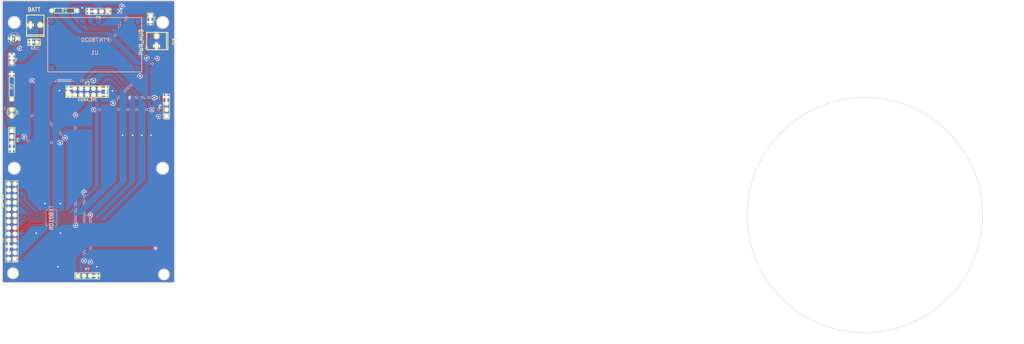
<source format=kicad_pcb>
(kicad_pcb (version 3) (host pcbnew "(2013-mar-13)-testing")
  (layers (15 F.Cu signal) (0 B.Cu signal) (18 B.Paste user) (19 F.Paste user) (20 B.SilkS user) (21 F.SilkS user) (22 B.Mask user) (23 F.Mask user) (28 Edge.Cuts user))
  (net 0 "")
  (net 1 +5V)
  (net 2 +BATT)
  (net 3 /3v3_rPi)
  (net 4 /AD6)
  (net 5 /AD6_rPi)
  (net 6 /AD7)
  (net 7 /AD7_rPi)
  (net 8 /Echo3)
  (net 9 /Echo4)
  (net 10 /LED)
  (net 11 /PB3_rPi)
  (net 12 /PC5_rPi)
  (net 13 /PC6)
  (net 14 /PC6_rPi)
  (net 15 /RX_3pi)
  (net 16 /RX_rPi)
  (net 17 /TX_3pi)
  (net 18 /TX_rPi)
  (net 19 /Vcc_3pi)
  (net 20 GND)
  (net 21 N-000001)
  (net 22 N-000002)
  (net 23 N-0000022)
  (net 24 N-0000023)
  (net 25 N-0000035)
  (module Test (layer B.Cu) (at 179.982 179.136 90)
    (fp_text reference U?1 (at 0 0 90) (layer B.SilkS) (effects (font (thickness 0.3048)) (justify mirror)))
    (fp_text value TXB0108 (at 0 0 90) (layer B.SilkS) (effects (font (thickness 0.3048)) (justify mirror)))
    (fp_line (start -3.24866 2.19964) (end 3.24866 2.19964) (layer B.SilkS) (width 0.19812))
    (fp_line (start 3.24866 2.19964) (end 3.24866 -2.19964) (layer B.SilkS) (width 0.19812))
    (fp_line (start -3.24866 -2.19964) (end 3.24866 -2.19964) (layer B.SilkS) (width 0.19812))
    (fp_line (start -3.24866 2.19964) (end -3.24866 -2.19964) (layer B.SilkS) (width 0.19812))
    (fp_line (start -3.24866 -1.59766) (end -2.64922 -2.19964) (layer B.SilkS) (width 0.19812))
    (pad 1 smd rect (at -2.92354 -2.84988 270) (size 0.39878 1.09982) (layers B.Cu B.Paste B.Mask) (net 18 /TX_rPi))
    (pad 2 smd rect (at -2.2733 -2.84988 270) (size 0.39878 1.09982) (layers B.Cu B.Paste B.Mask) (net 3 /3v3_rPi))
    (pad 3 smd rect (at -1.62306 -2.84988 270) (size 0.39878 1.09982) (layers B.Cu B.Paste B.Mask) (net 16 /RX_rPi))
    (pad 4 smd rect (at -0.97282 -2.84988 270) (size 0.39878 1.09982) (layers B.Cu B.Paste B.Mask) (net 5 /AD6_rPi))
    (pad 5 smd rect (at -0.32258 -2.84988 270) (size 0.39878 1.09982) (layers B.Cu B.Paste B.Mask) (net 7 /AD7_rPi))
    (pad 6 smd rect (at 0.32258 -2.84988 270) (size 0.39878 1.09982) (layers B.Cu B.Paste B.Mask) (net 12 /PC5_rPi))
    (pad 7 smd rect (at 0.97282 -2.84988 270) (size 0.39878 1.09982) (layers B.Cu B.Paste B.Mask) (net 14 /PC6_rPi))
    (pad 8 smd rect (at 1.62306 -2.84988 270) (size 0.39878 1.09982) (layers B.Cu B.Paste B.Mask) (net 11 /PB3_rPi))
    (pad 9 smd rect (at 2.2733 -2.84988 270) (size 0.39878 1.09982) (layers B.Cu B.Paste B.Mask) (net 10 /LED))
    (pad 10 smd rect (at 2.92354 -2.84988 270) (size 0.39878 1.09982) (layers B.Cu B.Paste B.Mask) (net 3 /3v3_rPi))
    (pad 11 smd rect (at 2.92354 2.84988 90) (size 0.39878 1.09982) (layers B.Cu B.Paste B.Mask) (net 20 GND))
    (pad 12 smd rect (at 2.2733 2.84988 90) (size 0.39878 1.09982) (layers B.Cu B.Paste B.Mask) (net 22 N-000002))
    (pad 13 smd rect (at 1.62306 2.84988 90) (size 0.39878 1.09982) (layers B.Cu B.Paste B.Mask) (net 13 /PC6))
    (pad 14 smd rect (at 0.97282 2.84988 90) (size 0.39878 1.09982) (layers B.Cu B.Paste B.Mask) (net 9 /Echo4))
    (pad 15 smd rect (at 0.32258 2.84988 90) (size 0.39878 1.09982) (layers B.Cu B.Paste B.Mask) (net 8 /Echo3))
    (pad 16 smd rect (at -0.32258 2.84988 90) (size 0.39878 1.09982) (layers B.Cu B.Paste B.Mask) (net 6 /AD7))
    (pad 17 smd rect (at -0.97282 2.84988 90) (size 0.39878 1.09982) (layers B.Cu B.Paste B.Mask) (net 4 /AD6))
    (pad 18 smd rect (at -1.62306 2.84988 90) (size 0.39878 1.09982) (layers B.Cu B.Paste B.Mask) (net 17 /TX_3pi))
    (pad 19 smd rect (at -2.2733 2.84988 90) (size 0.39878 1.09982) (layers B.Cu B.Paste B.Mask) (net 19 /Vcc_3pi))
    (pad 20 smd rect (at -2.92354 2.84988 90) (size 0.39878 1.09982) (layers B.Cu B.Paste B.Mask) (net 15 /RX_3pi))
  )
  (module R4 (layer F.Cu) (at 163.982 126.136 270)
    (fp_text reference R2 (at 0 0 270) (layer F.SilkS) (effects (font (size 1.397 1.27) (thickness 0.2032))))
    (fp_text value 330 hide)
    (fp_line (start -5.08 0) (end -4.064 0) (layer F.SilkS) (width 0.3048))
    (fp_line (start -4.064 0) (end -4.064 -1.016) (layer F.SilkS) (width 0.3048))
    (fp_line (start -4.064 -1.016) (end 4.064 -1.016) (layer F.SilkS) (width 0.3048))
    (fp_line (start 4.064 -1.016) (end 4.064 1.016) (layer F.SilkS) (width 0.3048))
    (fp_line (start 4.064 1.016) (end -4.064 1.016) (layer F.SilkS) (width 0.3048))
    (fp_line (start -4.064 1.016) (end -4.064 0) (layer F.SilkS) (width 0.3048))
    (fp_line (start -4.064 -0.508) (end -3.556 -1.016) (layer F.SilkS) (width 0.3048))
    (fp_line (start 5.08 0) (end 4.064 0) (layer F.SilkS) (width 0.3048))
    (pad 1 thru_hole circle (at -5.08 0 270) (size 1.524 1.524) (drill 0.8128) (layers *.Cu *.Mask F.SilkS) (net 20 GND))
    (pad 2 thru_hole circle (at 5.08 0 270) (size 1.524 1.524) (drill 0.8128) (layers *.Cu *.Mask F.SilkS) (net 21 N-000001))
  )
  (module R4 (layer F.Cu) (at 185.2676 95.377)
    (fp_text reference R1 (at 0 0 180) (layer F.SilkS) (effects (font (size 1.397 1.27) (thickness 0.2032))))
    (fp_text value 21k hide)
    (fp_line (start -5.08 0) (end -4.064 0) (layer F.SilkS) (width 0.3048))
    (fp_line (start -4.064 0) (end -4.064 -1.016) (layer F.SilkS) (width 0.3048))
    (fp_line (start -4.064 -1.016) (end 4.064 -1.016) (layer F.SilkS) (width 0.3048))
    (fp_line (start 4.064 -1.016) (end 4.064 1.016) (layer F.SilkS) (width 0.3048))
    (fp_line (start 4.064 1.016) (end -4.064 1.016) (layer F.SilkS) (width 0.3048))
    (fp_line (start -4.064 1.016) (end -4.064 0) (layer F.SilkS) (width 0.3048))
    (fp_line (start -4.064 -0.508) (end -3.556 -1.016) (layer F.SilkS) (width 0.3048))
    (fp_line (start 5.08 0) (end 4.064 0) (layer F.SilkS) (width 0.3048))
    (pad 1 thru_hole circle (at -5.08 0) (size 1.524 1.524) (drill 0.8128) (layers *.Cu *.Mask F.SilkS) (net 23 N-0000022))
    (pad 2 thru_hole circle (at 5.08 0) (size 1.524 1.524) (drill 0.8128) (layers *.Cu *.Mask F.SilkS) (net 24 N-0000023))
  )
  (module PTN78020WAS (layer B.Cu) (at 197.482 109.136)
    (fp_text reference U1 (at 0.0508 3.2004) (layer B.SilkS) (effects (font (thickness 0.3048)) (justify mirror)))
    (fp_text value PTN78020 (at 0.23876 -1.95072) (layer B.SilkS) (effects (font (thickness 0.3048)) (justify mirror)))
    (fp_line (start -18.9992 11.00074) (end 18.9992 11.00074) (layer B.SilkS) (width 0.381))
    (fp_line (start 18.9992 11.00074) (end 18.9992 -11.00074) (layer B.SilkS) (width 0.381))
    (fp_line (start 18.9992 -11.00074) (end -18.9992 -11.00074) (layer B.SilkS) (width 0.381))
    (fp_line (start -18.9992 -11.00074) (end -18.9992 11.00074) (layer B.SilkS) (width 0.381))
    (pad 1 smd circle (at -17.46504 9.525) (size 2.49936 2.49936) (layers B.Cu B.Paste B.Mask) (net 20 GND))
    (pad 7 smd circle (at 17.46504 9.525) (size 2.49936 2.49936) (layers B.Cu B.Paste B.Mask) (net 23 N-0000022))
    (pad 6 smd circle (at 17.46504 -9.525) (size 2.49936 2.49936) (layers B.Cu B.Paste B.Mask) (net 1 +5V))
    (pad 2 smd circle (at -17.46504 -9.525) (size 2.49936 2.49936) (layers B.Cu B.Paste B.Mask) (net 2 +BATT))
    (pad 3 smd circle (at -4.76504 -9.525) (size 2.49936 2.49936) (layers B.Cu B.Paste B.Mask) (net 25 N-0000035))
    (pad 4 smd circle (at -1.58496 -9.525) (size 2.49936 2.49936) (layers B.Cu B.Paste B.Mask) (net 24 N-0000023))
    (pad 5 smd circle (at 1.58496 -9.525) (size 2.49936 2.49936) (layers B.Cu B.Paste B.Mask) (net 1 +5V))
  )
  (module pin_array_7x2 (layer F.Cu) (at 194.482 128.136)
    (fp_text reference P2 (at 0 -3.302) (layer F.SilkS) (effects (font (size 1.016 1.016) (thickness 0.2032))))
    (fp_text value CONN_3PI (at 0 3.302) (layer F.SilkS) (effects (font (size 1.016 1.016) (thickness 0.2032))))
    (fp_line (start 8.636 2.286) (end -8.636 2.286) (layer F.SilkS) (width 0.3048))
    (fp_line (start -8.636 -2.286) (end 8.636 -2.286) (layer F.SilkS) (width 0.3048))
    (fp_line (start -8.636 2.286) (end -8.636 -2.286) (layer F.SilkS) (width 0.3048))
    (fp_line (start 8.636 -2.286) (end 8.636 2.286) (layer F.SilkS) (width 0.3048))
    (pad 1 thru_hole rect (at -7.62 1.27) (size 1.524 1.524) (drill 1.016) (layers *.Cu *.Mask F.SilkS) (net 20 GND))
    (pad 2 thru_hole circle (at -7.62 -1.27) (size 1.524 1.524) (drill 1.016) (layers *.Cu *.Mask F.SilkS) (net 20 GND))
    (pad 3 thru_hole circle (at -5.08 1.27) (size 1.524 1.524) (drill 1.016) (layers *.Cu *.Mask F.SilkS))
    (pad 4 thru_hole circle (at -5.08 -1.27) (size 1.524 1.524) (drill 1.016) (layers *.Cu *.Mask F.SilkS) (net 15 /RX_3pi))
    (pad 5 thru_hole circle (at -2.54 1.27) (size 1.524 1.524) (drill 1.016) (layers *.Cu *.Mask F.SilkS))
    (pad 6 thru_hole circle (at -2.54 -1.27) (size 1.524 1.524) (drill 1.016) (layers *.Cu *.Mask F.SilkS) (net 17 /TX_3pi))
    (pad 7 thru_hole circle (at 0 1.27) (size 1.524 1.524) (drill 1.016) (layers *.Cu *.Mask F.SilkS) (net 19 /Vcc_3pi))
    (pad 8 thru_hole circle (at 0 -1.27) (size 1.524 1.524) (drill 1.016) (layers *.Cu *.Mask F.SilkS) (net 4 /AD6))
    (pad 9 thru_hole circle (at 2.54 1.27) (size 1.524 1.524) (drill 1.016) (layers *.Cu *.Mask F.SilkS) (net 13 /PC6))
    (pad 10 thru_hole circle (at 2.54 -1.27) (size 1.524 1.524) (drill 1.016) (layers *.Cu *.Mask F.SilkS) (net 6 /AD7))
    (pad 11 thru_hole circle (at 5.08 1.27) (size 1.524 1.524) (drill 1.016) (layers *.Cu *.Mask F.SilkS) (net 9 /Echo4))
    (pad 12 thru_hole circle (at 5.08 -1.27) (size 1.524 1.524) (drill 1.016) (layers *.Cu *.Mask F.SilkS) (net 8 /Echo3))
    (pad 13 thru_hole circle (at 7.62 1.27) (size 1.524 1.524) (drill 1.016) (layers *.Cu *.Mask F.SilkS) (net 20 GND))
    (pad 14 thru_hole circle (at 7.62 -1.27) (size 1.524 1.524) (drill 1.016) (layers *.Cu *.Mask F.SilkS) (net 20 GND))
  )
  (module PIN_ARRAY_4x1 (layer F.Cu) (at 163.982 147.636 270)
    (fp_text reference P5 (at 0 -2.54 270) (layer F.SilkS) (effects (font (size 1.016 1.016) (thickness 0.2032))))
    (fp_text value CONN_4 hide)
    (fp_line (start 5.08 1.27) (end -5.08 1.27) (layer F.SilkS) (width 0.254))
    (fp_line (start 5.08 -1.27) (end -5.08 -1.27) (layer F.SilkS) (width 0.254))
    (fp_line (start -5.08 -1.27) (end -5.08 1.27) (layer F.SilkS) (width 0.254))
    (fp_line (start 5.08 1.27) (end 5.08 -1.27) (layer F.SilkS) (width 0.254))
    (pad 1 thru_hole rect (at -3.81 0 270) (size 1.524 1.524) (drill 1.016) (layers *.Cu *.Mask F.SilkS) (net 1 +5V))
    (pad 2 thru_hole circle (at -1.27 0 270) (size 1.524 1.524) (drill 1.016) (layers *.Cu *.Mask F.SilkS) (net 13 /PC6))
    (pad 3 thru_hole circle (at 1.27 0 270) (size 1.524 1.524) (drill 1.016) (layers *.Cu *.Mask F.SilkS) (net 4 /AD6))
    (pad 4 thru_hole circle (at 3.81 0 270) (size 1.524 1.524) (drill 1.016) (layers *.Cu *.Mask F.SilkS) (net 20 GND))
  )
  (module PIN_ARRAY_4x1 (layer F.Cu) (at 226.482 134.136 90)
    (fp_text reference P6 (at 0 -2.54 90) (layer F.SilkS) (effects (font (size 1.016 1.016) (thickness 0.2032))))
    (fp_text value CONN_4 hide)
    (fp_line (start 5.08 1.27) (end -5.08 1.27) (layer F.SilkS) (width 0.254))
    (fp_line (start 5.08 -1.27) (end -5.08 -1.27) (layer F.SilkS) (width 0.254))
    (fp_line (start -5.08 -1.27) (end -5.08 1.27) (layer F.SilkS) (width 0.254))
    (fp_line (start 5.08 1.27) (end 5.08 -1.27) (layer F.SilkS) (width 0.254))
    (pad 1 thru_hole rect (at -3.81 0 90) (size 1.524 1.524) (drill 1.016) (layers *.Cu *.Mask F.SilkS) (net 1 +5V))
    (pad 2 thru_hole circle (at -1.27 0 90) (size 1.524 1.524) (drill 1.016) (layers *.Cu *.Mask F.SilkS) (net 13 /PC6))
    (pad 3 thru_hole circle (at 1.27 0 90) (size 1.524 1.524) (drill 1.016) (layers *.Cu *.Mask F.SilkS) (net 6 /AD7))
    (pad 4 thru_hole circle (at 3.81 0 90) (size 1.524 1.524) (drill 1.016) (layers *.Cu *.Mask F.SilkS) (net 20 GND))
  )
  (module PIN_ARRAY_4x1 (layer F.Cu) (at 194.482 202.636)
    (fp_text reference P7 (at 0 -2.54) (layer F.SilkS) (effects (font (size 1.016 1.016) (thickness 0.2032))))
    (fp_text value CONN_4 hide)
    (fp_line (start 5.08 1.27) (end -5.08 1.27) (layer F.SilkS) (width 0.254))
    (fp_line (start 5.08 -1.27) (end -5.08 -1.27) (layer F.SilkS) (width 0.254))
    (fp_line (start -5.08 -1.27) (end -5.08 1.27) (layer F.SilkS) (width 0.254))
    (fp_line (start 5.08 1.27) (end 5.08 -1.27) (layer F.SilkS) (width 0.254))
    (pad 1 thru_hole rect (at -3.81 0) (size 1.524 1.524) (drill 1.016) (layers *.Cu *.Mask F.SilkS) (net 1 +5V))
    (pad 2 thru_hole circle (at -1.27 0) (size 1.524 1.524) (drill 1.016) (layers *.Cu *.Mask F.SilkS) (net 13 /PC6))
    (pad 3 thru_hole circle (at 1.27 0) (size 1.524 1.524) (drill 1.016) (layers *.Cu *.Mask F.SilkS) (net 8 /Echo3))
    (pad 4 thru_hole circle (at 3.81 0) (size 1.524 1.524) (drill 1.016) (layers *.Cu *.Mask F.SilkS) (net 20 GND))
  )
  (module PIN_ARRAY_4x1 (layer F.Cu) (at 198.982 95.636 180)
    (fp_text reference P8 (at 0 -2.54 180) (layer F.SilkS) (effects (font (size 1.016 1.016) (thickness 0.2032))))
    (fp_text value CONN_4 hide)
    (fp_line (start 5.08 1.27) (end -5.08 1.27) (layer F.SilkS) (width 0.254))
    (fp_line (start 5.08 -1.27) (end -5.08 -1.27) (layer F.SilkS) (width 0.254))
    (fp_line (start -5.08 -1.27) (end -5.08 1.27) (layer F.SilkS) (width 0.254))
    (fp_line (start 5.08 1.27) (end 5.08 -1.27) (layer F.SilkS) (width 0.254))
    (pad 1 thru_hole rect (at -3.81 0 180) (size 1.524 1.524) (drill 1.016) (layers *.Cu *.Mask F.SilkS) (net 1 +5V))
    (pad 2 thru_hole circle (at -1.27 0 180) (size 1.524 1.524) (drill 1.016) (layers *.Cu *.Mask F.SilkS) (net 13 /PC6))
    (pad 3 thru_hole circle (at 1.27 0 180) (size 1.524 1.524) (drill 1.016) (layers *.Cu *.Mask F.SilkS) (net 9 /Echo4))
    (pad 4 thru_hole circle (at 3.81 0 180) (size 1.524 1.524) (drill 1.016) (layers *.Cu *.Mask F.SilkS) (net 20 GND))
  )
  (module PIN_ARRAY_2X1 (layer F.Cu) (at 163.982 115.136 270)
    (fp_text reference P4 (at 0 -1.905 270) (layer F.SilkS) (effects (font (size 0.762 0.762) (thickness 0.1524))))
    (fp_text value PWR_3pi hide)
    (fp_line (start -2.54 1.27) (end -2.54 -1.27) (layer F.SilkS) (width 0.1524))
    (fp_line (start -2.54 -1.27) (end 2.54 -1.27) (layer F.SilkS) (width 0.1524))
    (fp_line (start 2.54 -1.27) (end 2.54 1.27) (layer F.SilkS) (width 0.1524))
    (fp_line (start 2.54 1.27) (end -2.54 1.27) (layer F.SilkS) (width 0.1524))
    (pad 1 thru_hole rect (at -1.27 0 270) (size 1.524 1.524) (drill 1.016) (layers *.Cu *.Mask F.SilkS) (net 20 GND))
    (pad 2 thru_hole circle (at 1.27 0 270) (size 1.524 1.524) (drill 1.016) (layers *.Cu *.Mask F.SilkS) (net 2 +BATT))
  )
  (module PIN_ARRAY_2X1 (layer F.Cu) (at 219.9894 98.6536 270)
    (fp_text reference JP1 (at 0 -1.905 270) (layer F.SilkS) (effects (font (size 0.762 0.762) (thickness 0.1524))))
    (fp_text value JUMPER hide)
    (fp_line (start -2.54 1.27) (end -2.54 -1.27) (layer F.SilkS) (width 0.1524))
    (fp_line (start -2.54 -1.27) (end 2.54 -1.27) (layer F.SilkS) (width 0.1524))
    (fp_line (start 2.54 -1.27) (end 2.54 1.27) (layer F.SilkS) (width 0.1524))
    (fp_line (start 2.54 1.27) (end -2.54 1.27) (layer F.SilkS) (width 0.1524))
    (pad 1 thru_hole rect (at -1.27 0 270) (size 1.524 1.524) (drill 1.016) (layers *.Cu *.Mask F.SilkS) (net 25 N-0000035))
    (pad 2 thru_hole circle (at 1.27 0 270) (size 1.524 1.524) (drill 1.016) (layers *.Cu *.Mask F.SilkS) (net 20 GND))
  )
  (module pin_array_13x2 (layer F.Cu) (at 163.982 180.636 90)
    (fp_text reference J1 (at -7.62 -3.81 90) (layer F.SilkS) (effects (font (size 1.016 1.016) (thickness 0.2032))))
    (fp_text value PBD-26 (at 7.62 -3.81 90) (layer F.SilkS) (effects (font (size 1.016 1.016) (thickness 0.2032))))
    (fp_line (start -16.51 2.54) (end 16.51 2.54) (layer F.SilkS) (width 0.2032))
    (fp_line (start 16.51 -2.54) (end -16.51 -2.54) (layer F.SilkS) (width 0.2032))
    (fp_line (start -16.51 -2.54) (end -16.51 2.54) (layer F.SilkS) (width 0.2032))
    (fp_line (start 16.51 2.54) (end 16.51 -2.54) (layer F.SilkS) (width 0.2032))
    (pad 1 thru_hole rect (at -15.24 1.27 90) (size 1.524 1.524) (drill 1.016) (layers *.Cu *.Mask F.SilkS) (net 3 /3v3_rPi))
    (pad 2 thru_hole circle (at -15.24 -1.27 90) (size 1.524 1.524) (drill 1.016) (layers *.Cu *.Mask F.SilkS))
    (pad 3 thru_hole circle (at -12.7 1.27 90) (size 1.524 1.524) (drill 1.016) (layers *.Cu *.Mask F.SilkS))
    (pad 4 thru_hole circle (at -12.7 -1.27 90) (size 1.524 1.524) (drill 1.016) (layers *.Cu *.Mask F.SilkS))
    (pad 5 thru_hole circle (at -10.16 1.27 90) (size 1.524 1.524) (drill 1.016) (layers *.Cu *.Mask F.SilkS))
    (pad 6 thru_hole circle (at -10.16 -1.27 90) (size 1.524 1.524) (drill 1.016) (layers *.Cu *.Mask F.SilkS) (net 20 GND))
    (pad 7 thru_hole circle (at -7.62 1.27 90) (size 1.524 1.524) (drill 1.016) (layers *.Cu *.Mask F.SilkS) (net 18 /TX_rPi))
    (pad 8 thru_hole circle (at -7.62 -1.27 90) (size 1.524 1.524) (drill 1.016) (layers *.Cu *.Mask F.SilkS) (net 18 /TX_rPi))
    (pad 9 thru_hole circle (at -5.08 1.27 90) (size 1.524 1.524) (drill 1.016) (layers *.Cu *.Mask F.SilkS))
    (pad 10 thru_hole circle (at -5.08 -1.27 90) (size 1.524 1.524) (drill 1.016) (layers *.Cu *.Mask F.SilkS) (net 16 /RX_rPi))
    (pad 11 thru_hole circle (at -2.54 1.27 90) (size 1.524 1.524) (drill 1.016) (layers *.Cu *.Mask F.SilkS) (net 5 /AD6_rPi))
    (pad 12 thru_hole circle (at -2.54 -1.27 90) (size 1.524 1.524) (drill 1.016) (layers *.Cu *.Mask F.SilkS))
    (pad 13 thru_hole circle (at 0 1.27 90) (size 1.524 1.524) (drill 1.016) (layers *.Cu *.Mask F.SilkS) (net 7 /AD7_rPi))
    (pad 14 thru_hole circle (at 0 -1.27 90) (size 1.524 1.524) (drill 1.016) (layers *.Cu *.Mask F.SilkS))
    (pad 15 thru_hole circle (at 2.54 1.27 90) (size 1.524 1.524) (drill 1.016) (layers *.Cu *.Mask F.SilkS) (net 12 /PC5_rPi))
    (pad 16 thru_hole circle (at 2.54 -1.27 90) (size 1.524 1.524) (drill 1.016) (layers *.Cu *.Mask F.SilkS))
    (pad 17 thru_hole circle (at 5.08 1.27 90) (size 1.524 1.524) (drill 1.016) (layers *.Cu *.Mask F.SilkS))
    (pad 18 thru_hole circle (at 5.08 -1.27 90) (size 1.524 1.524) (drill 1.016) (layers *.Cu *.Mask F.SilkS))
    (pad 19 thru_hole circle (at 7.62 1.27 90) (size 1.524 1.524) (drill 1.016) (layers *.Cu *.Mask F.SilkS) (net 14 /PC6_rPi))
    (pad 20 thru_hole circle (at 7.62 -1.27 90) (size 1.524 1.524) (drill 1.016) (layers *.Cu *.Mask F.SilkS))
    (pad 21 thru_hole circle (at 10.16 1.27 90) (size 1.524 1.524) (drill 1.016) (layers *.Cu *.Mask F.SilkS) (net 11 /PB3_rPi))
    (pad 22 thru_hole circle (at 10.16 -1.27 90) (size 1.524 1.524) (drill 1.016) (layers *.Cu *.Mask F.SilkS))
    (pad 23 thru_hole circle (at 12.7 1.27 90) (size 1.524 1.524) (drill 1.016) (layers *.Cu *.Mask F.SilkS) (net 10 /LED))
    (pad 24 thru_hole circle (at 12.7 -1.27 90) (size 1.524 1.524) (drill 1.016) (layers *.Cu *.Mask F.SilkS))
    (pad 25 thru_hole circle (at 15.24 1.27 90) (size 1.524 1.524) (drill 1.016) (layers *.Cu *.Mask F.SilkS))
    (pad 26 thru_hole circle (at 15.24 -1.27 90) (size 1.524 1.524) (drill 1.016) (layers *.Cu *.Mask F.SilkS))
  )
  (module molex_2_recto (layer F.Cu) (at 173.482 101.136 180)
    (fp_text reference P1 (at 0.29972 -7.39902 180) (layer F.SilkS) (effects (font (thickness 0.3048))))
    (fp_text value BATT (at 0.50038 6.20014 180) (layer F.SilkS) (effects (font (thickness 0.3048))))
    (fp_line (start -3.50012 -4.0005) (end -3.50012 -4.59994) (layer F.SilkS) (width 0.381))
    (fp_line (start -3.50012 -4.59994) (end 3.50012 -4.59994) (layer F.SilkS) (width 0.381))
    (fp_line (start 3.50012 -4.59994) (end 3.50012 -4.0005) (layer F.SilkS) (width 0.381))
    (fp_line (start -3.50012 0) (end -3.50012 -4.0005) (layer F.SilkS) (width 0.381))
    (fp_line (start -3.50012 -4.0005) (end 3.50012 -4.0005) (layer F.SilkS) (width 0.381))
    (fp_line (start 3.50012 -4.0005) (end 3.50012 4.0005) (layer F.SilkS) (width 0.381))
    (fp_line (start 3.50012 4.0005) (end -3.50012 4.0005) (layer F.SilkS) (width 0.381))
    (fp_line (start -3.50012 4.0005) (end -3.50012 0) (layer F.SilkS) (width 0.381))
    (pad 1 thru_hole circle (at 1.99898 0 180) (size 1.99898 1.99898) (drill 0.8128) (layers *.Cu *.Mask F.SilkS) (net 20 GND))
    (pad 2 thru_hole circle (at -1.99898 0 180) (size 1.99898 1.99898) (drill 0.8128) (layers *.Cu *.Mask F.SilkS) (net 2 +BATT))
  )
  (module molex_2_recto (layer F.Cu) (at 222.482 107.636 270)
    (fp_text reference P3 (at 0.29972 -7.39902 270) (layer F.SilkS) (effects (font (thickness 0.3048))))
    (fp_text value PWR_HUB (at 0.50038 6.20014 270) (layer F.SilkS) (effects (font (thickness 0.3048))))
    (fp_line (start -3.50012 -4.0005) (end -3.50012 -4.59994) (layer F.SilkS) (width 0.381))
    (fp_line (start -3.50012 -4.59994) (end 3.50012 -4.59994) (layer F.SilkS) (width 0.381))
    (fp_line (start 3.50012 -4.59994) (end 3.50012 -4.0005) (layer F.SilkS) (width 0.381))
    (fp_line (start -3.50012 0) (end -3.50012 -4.0005) (layer F.SilkS) (width 0.381))
    (fp_line (start -3.50012 -4.0005) (end 3.50012 -4.0005) (layer F.SilkS) (width 0.381))
    (fp_line (start 3.50012 -4.0005) (end 3.50012 4.0005) (layer F.SilkS) (width 0.381))
    (fp_line (start 3.50012 4.0005) (end -3.50012 4.0005) (layer F.SilkS) (width 0.381))
    (fp_line (start -3.50012 4.0005) (end -3.50012 0) (layer F.SilkS) (width 0.381))
    (pad 1 thru_hole circle (at 1.99898 0 270) (size 1.99898 1.99898) (drill 0.8128) (layers *.Cu *.Mask F.SilkS) (net 20 GND))
    (pad 2 thru_hole circle (at -1.99898 0 270) (size 1.99898 1.99898) (drill 0.8128) (layers *.Cu *.Mask F.SilkS) (net 1 +5V))
  )
  (module LED-3MM (layer F.Cu) (at 163.982 136.636 90)
    (fp_text reference D1 (at 1.778 -2.794 90) (layer F.SilkS) (effects (font (size 0.762 0.762) (thickness 0.0889))))
    (fp_text value LED (at 0 2.54 90) (layer F.SilkS) (effects (font (size 0.762 0.762) (thickness 0.0889))))
    (fp_line (start 1.8288 1.27) (end 1.8288 -1.27) (layer F.SilkS) (width 0.254))
    (fp_arc (start 0.254 0) (end -1.27 0) (angle 39.8) (layer F.SilkS) (width 0.1524))
    (fp_arc (start 0.254 0) (end -0.88392 1.01092) (angle 41.6) (layer F.SilkS) (width 0.1524))
    (fp_arc (start 0.254 0) (end 1.4097 -0.9906) (angle 40.6) (layer F.SilkS) (width 0.1524))
    (fp_arc (start 0.254 0) (end 1.778 0) (angle 39.8) (layer F.SilkS) (width 0.1524))
    (fp_arc (start 0.254 0) (end 0.254 -1.524) (angle 54.4) (layer F.SilkS) (width 0.1524))
    (fp_arc (start 0.254 0) (end -0.9652 -0.9144) (angle 53.1) (layer F.SilkS) (width 0.1524))
    (fp_arc (start 0.254 0) (end 1.45542 0.93472) (angle 52.1) (layer F.SilkS) (width 0.1524))
    (fp_arc (start 0.254 0) (end 0.254 1.524) (angle 52.1) (layer F.SilkS) (width 0.1524))
    (fp_arc (start 0.254 0) (end -0.381 0) (angle 90) (layer F.SilkS) (width 0.1524))
    (fp_arc (start 0.254 0) (end -0.762 0) (angle 90) (layer F.SilkS) (width 0.1524))
    (fp_arc (start 0.254 0) (end 0.889 0) (angle 90) (layer F.SilkS) (width 0.1524))
    (fp_arc (start 0.254 0) (end 1.27 0) (angle 90) (layer F.SilkS) (width 0.1524))
    (fp_arc (start 0.254 0) (end 0.254 -2.032) (angle 50.1) (layer F.SilkS) (width 0.254))
    (fp_arc (start 0.254 0) (end -1.5367 -0.95504) (angle 61.9) (layer F.SilkS) (width 0.254))
    (fp_arc (start 0.254 0) (end 1.8034 1.31064) (angle 49.7) (layer F.SilkS) (width 0.254))
    (fp_arc (start 0.254 0) (end 0.254 2.032) (angle 60.2) (layer F.SilkS) (width 0.254))
    (fp_arc (start 0.254 0) (end -1.778 0) (angle 28.3) (layer F.SilkS) (width 0.254))
    (fp_arc (start 0.254 0) (end -1.47574 1.06426) (angle 31.6) (layer F.SilkS) (width 0.254))
    (pad 1 thru_hole circle (at -1.27 0 90) (size 1.6764 1.6764) (drill 0.8128) (layers *.Cu *.Mask F.SilkS) (net 22 N-000002))
    (pad 2 thru_hole circle (at 1.27 0 90) (size 1.6764 1.6764) (drill 0.8128) (layers *.Cu *.Mask F.SilkS) (net 21 N-000001))
  )
  (module C1V5 (layer F.Cu) (at 164.982 106.636 180)
    (fp_text reference C2 (at 0 -1.26746 180) (layer F.SilkS) (effects (font (size 0.762 0.762) (thickness 0.127))))
    (fp_text value 330uF (at 0 1.27 180) (layer F.SilkS) (effects (font (size 0.762 0.635) (thickness 0.127))))
    (fp_text user + (at -2.286 0 180) (layer F.SilkS) (effects (font (size 0.762 0.762) (thickness 0.2032))))
    (fp_circle (center 0 0) (end 0.127 -2.54) (layer F.SilkS) (width 0.127))
    (pad 1 thru_hole rect (at -1.27 0 180) (size 1.397 1.397) (drill 0.8128) (layers *.Cu *.Mask F.SilkS) (net 1 +5V))
    (pad 2 thru_hole circle (at 1.27 0 180) (size 1.397 1.397) (drill 0.8128) (layers *.Cu *.Mask F.SilkS) (net 20 GND))
  )
  (module C1 (layer F.Cu) (at 172.982 108.136 180)
    (fp_text reference C1 (at 0.254 -2.286 180) (layer F.SilkS) (effects (font (size 1.016 1.016) (thickness 0.2032))))
    (fp_text value 2.2uF hide)
    (fp_line (start -2.4892 -1.27) (end 2.54 -1.27) (layer F.SilkS) (width 0.3048))
    (fp_line (start 2.54 -1.27) (end 2.54 1.27) (layer F.SilkS) (width 0.3048))
    (fp_line (start 2.54 1.27) (end -2.54 1.27) (layer F.SilkS) (width 0.3048))
    (fp_line (start -2.54 1.27) (end -2.54 -1.27) (layer F.SilkS) (width 0.3048))
    (fp_line (start -2.54 -0.635) (end -1.905 -1.27) (layer F.SilkS) (width 0.3048))
    (pad 1 thru_hole circle (at -1.27 0 180) (size 1.397 1.397) (drill 0.8128) (layers *.Cu *.Mask F.SilkS) (net 2 +BATT))
    (pad 2 thru_hole circle (at 1.27 0 180) (size 1.397 1.397) (drill 0.8128) (layers *.Cu *.Mask F.SilkS) (net 20 GND))
  )
  (gr_line (start 159.982 157.136) (end 159.982 160.136) (angle 90) (layer Edge.Cuts) (width 0.2))
  (gr_line (start 229.982 157.136) (end 229.982 160.136) (angle 90) (layer Edge.Cuts) (width 0.2))
  (gr_circle (center 225.482 202.136) (end 225.482 204.136) (layer Edge.Cuts) (width 0.2))
  (gr_circle (center 164.482 201.636) (end 164.482 203.636) (layer Edge.Cuts) (width 0.2))
  (gr_line (start 159.982 197.636) (end 159.982 203.136) (angle 90) (layer Edge.Cuts) (width 0.2))
  (gr_line (start 229.982 197.636) (end 229.982 202.636) (angle 90) (layer Edge.Cuts) (width 0.2))
  (gr_line (start 159.982 160.136) (end 159.982 197.636) (angle 90) (layer Edge.Cuts) (width 0.2))
  (gr_line (start 229.982 197.636) (end 229.982 160.136) (angle 90) (layer Edge.Cuts) (width 0.2))
  (gr_circle (center 224.982 159.136) (end 225.982 161.136) (layer Edge.Cuts) (width 0.2))
  (gr_circle (center 224.982 100.136) (end 222.982 101.136) (layer Edge.Cuts) (width 0.2))
  (gr_circle (center 164.982 100.136) (end 166.982 101.136) (layer Edge.Cuts) (width 0.2))
  (gr_line (start 159.982 205.636) (end 159.982 202.636) (angle 90) (layer Edge.Cuts) (width 0.2))
  (gr_line (start 229.982 205.636) (end 229.982 202.636) (angle 90) (layer Edge.Cuts) (width 0.2))
  (gr_line (start 163.982 91.136) (end 159.982 91.136) (angle 90) (layer Edge.Cuts) (width 0.2))
  (gr_line (start 163.982 205.636) (end 159.982 205.636) (angle 90) (layer Edge.Cuts) (width 0.2))
  (gr_circle (center 164.982 159.136) (end 166.982 160.136) (layer Edge.Cuts) (width 0.2))
  (gr_line (start 229.982 91.136) (end 163.982 91.136) (angle 90) (layer Edge.Cuts) (width 0.2))
  (gr_line (start 229.982 157.136) (end 229.982 91.136) (angle 90) (layer Edge.Cuts) (width 0.2))
  (gr_line (start 163.982 205.636) (end 229.982 205.636) (angle 90) (layer Edge.Cuts) (width 0.2))
  (gr_line (start 159.982 91.136) (end 159.982 157.136) (angle 90) (layer Edge.Cuts) (width 0.2))
  (gr_circle (center 508.762 178.054) (end 556.006 183.642) (layer Edge.Cuts) (width 0.2))
  (segment (start 223.266 138.176) (end 221.996 139.446) (width 0.4064) (layer F.Cu) (net 1))
  (segment (start 190.672 195.7636) (end 190.672 202.636) (width 0.4064) (layer B.Cu) (net 1))
  (segment (start 194.9958 191.4398) (end 190.672 195.7636) (width 0.4064) (layer B.Cu) (net 1))
  (segment (start 221.996 191.4398) (end 194.9958 191.4398) (width 0.4064) (layer B.Cu) (net 1))
  (via (at 221.996 191.4398) (size 0.889) (layers F.Cu B.Cu) (net 1))
  (segment (start 221.996 139.446) (end 221.996 191.4398) (width 0.4064) (layer F.Cu) (net 1))
  (segment (start 226.482 137.946) (end 226.252 138.176) (width 0.4064) (layer B.Cu) (net 1))
  (segment (start 223.266 119.2276) (end 218.5416 114.5032) (width 0.4064) (layer F.Cu) (net 1))
  (segment (start 223.266 138.176) (end 223.266 119.2276) (width 0.4064) (layer F.Cu) (net 1))
  (via (at 223.266 138.176) (size 1.524) (layers F.Cu B.Cu) (net 1))
  (segment (start 226.252 138.176) (end 223.266 138.176) (width 0.4064) (layer B.Cu) (net 1))
  (segment (start 166.252 106.636) (end 166.252 109.7116) (width 0.4064) (layer B.Cu) (net 1))
  (segment (start 200.4568 110.5916) (end 207.5434 103.505) (width 0.4064) (layer F.Cu) (net 1))
  (segment (start 167.132 110.5916) (end 200.4568 110.5916) (width 0.4064) (layer F.Cu) (net 1))
  (via (at 167.132 110.5916) (size 1.524) (layers F.Cu B.Cu) (net 1))
  (segment (start 166.252 109.7116) (end 167.132 110.5916) (width 0.4064) (layer B.Cu) (net 1))
  (segment (start 199.06696 99.611) (end 201.0742 99.611) (width 0.4064) (layer B.Cu) (net 1))
  (segment (start 202.792 97.8932) (end 202.792 95.636) (width 0.4064) (layer B.Cu) (net 1))
  (segment (start 201.0742 99.611) (end 202.792 97.8932) (width 0.4064) (layer B.Cu) (net 1))
  (segment (start 202.792 95.636) (end 207.5384 95.636) (width 0.4064) (layer B.Cu) (net 1))
  (segment (start 207.5384 95.636) (end 207.5434 95.631) (width 0.4064) (layer B.Cu) (net 1))
  (segment (start 222.482 105.63702) (end 219.40678 105.63702) (width 0.4064) (layer B.Cu) (net 1))
  (segment (start 219.40678 105.63702) (end 218.5416 106.5022) (width 0.4064) (layer B.Cu) (net 1))
  (segment (start 218.5416 106.5022) (end 218.5416 114.5032) (width 0.4064) (layer B.Cu) (net 1))
  (via (at 218.5416 114.5032) (size 1.524) (layers F.Cu B.Cu) (net 1))
  (segment (start 218.5416 114.5032) (end 207.5434 103.505) (width 0.4064) (layer F.Cu) (net 1))
  (segment (start 207.5434 95.631) (end 207.523 95.6106) (width 0.4064) (layer B.Cu) (net 1))
  (via (at 207.5434 95.631) (size 1.524) (layers F.Cu B.Cu) (net 1))
  (segment (start 207.5434 103.505) (end 207.5434 95.631) (width 0.4064) (layer F.Cu) (net 1))
  (segment (start 163.982 143.826) (end 161.4932 141.3372) (width 0.4064) (layer B.Cu) (net 1))
  (segment (start 166.252 107.5854) (end 166.252 106.636) (width 0.4064) (layer B.Cu) (net 1))
  (segment (start 161.4932 112.3442) (end 166.252 107.5854) (width 0.4064) (layer B.Cu) (net 1))
  (segment (start 161.4932 141.3372) (end 161.4932 112.3442) (width 0.4064) (layer B.Cu) (net 1))
  (segment (start 222.482 105.63702) (end 218.48302 105.63702) (width 0.4064) (layer B.Cu) (net 1))
  (segment (start 214.94704 102.10104) (end 214.94704 99.611) (width 0.4064) (layer B.Cu) (net 1))
  (segment (start 218.48302 105.63702) (end 214.94704 102.10104) (width 0.4064) (layer B.Cu) (net 1))
  (segment (start 174.252 108.136) (end 175.48098 106.90702) (width 0.4064) (layer B.Cu) (net 2))
  (segment (start 175.48098 106.90702) (end 175.48098 101.136) (width 0.4064) (layer B.Cu) (net 2))
  (segment (start 175.48098 101.136) (end 177.00598 99.611) (width 0.4064) (layer B.Cu) (net 2))
  (segment (start 177.00598 99.611) (end 180.01696 99.611) (width 0.4064) (layer B.Cu) (net 2))
  (segment (start 163.982 116.406) (end 169.212 116.406) (width 0.4064) (layer B.Cu) (net 2))
  (segment (start 174.252 111.366) (end 174.252 108.136) (width 0.4064) (layer B.Cu) (net 2))
  (segment (start 169.212 116.406) (end 174.252 111.366) (width 0.4064) (layer B.Cu) (net 2))
  (segment (start 178.482 181.4093) (end 178.982 181.4093) (width 0.3048) (layer B.Cu) (net 3))
  (segment (start 178.982 181.4093) (end 178.982 182.136) (width 0.3048) (layer B.Cu) (net 3))
  (segment (start 165.252 195.876) (end 167.242 195.876) (width 0.3048) (layer B.Cu) (net 3))
  (segment (start 167.242 195.876) (end 178.982 184.136) (width 0.3048) (layer B.Cu) (net 3))
  (segment (start 178.982 184.136) (end 178.982 182.136) (width 0.3048) (layer B.Cu) (net 3))
  (segment (start 178.982 182.136) (end 178.982 181.136) (width 0.3048) (layer B.Cu) (net 3))
  (segment (start 177.13212 176.21246) (end 178.55846 176.21246) (width 0.3048) (layer B.Cu) (net 3))
  (segment (start 178.7087 181.4093) (end 178.482 181.4093) (width 0.3048) (layer B.Cu) (net 3))
  (segment (start 178.482 181.4093) (end 177.13212 181.4093) (width 0.3048) (layer B.Cu) (net 3))
  (segment (start 178.982 181.136) (end 178.7087 181.4093) (width 0.3048) (layer B.Cu) (net 3))
  (segment (start 178.982 176.636) (end 178.982 181.136) (width 0.3048) (layer B.Cu) (net 3))
  (segment (start 178.55846 176.21246) (end 178.982 176.636) (width 0.3048) (layer B.Cu) (net 3))
  (segment (start 196.9772 121.6408) (end 196.9772 123.647) (width 0.3048) (layer B.Cu) (net 4))
  (segment (start 169.4576 148.906) (end 163.982 148.906) (width 0.3048) (layer B.Cu) (net 4))
  (segment (start 172.212 146.1516) (end 169.4576 148.906) (width 0.3048) (layer B.Cu) (net 4))
  (segment (start 172.212 123.6472) (end 172.212 146.1516) (width 0.3048) (layer B.Cu) (net 4))
  (via (at 172.212 123.6472) (size 1.524) (layers F.Cu B.Cu) (net 4))
  (segment (start 196.977 123.6472) (end 172.212 123.6472) (width 0.3048) (layer F.Cu) (net 4))
  (via (at 196.977 123.6472) (size 1.524) (layers F.Cu B.Cu) (net 4))
  (segment (start 196.9772 123.647) (end 196.977 123.6472) (width 0.3048) (layer B.Cu) (net 4))
  (segment (start 182.83188 180.10882) (end 199.00918 180.10882) (width 0.3048) (layer B.Cu) (net 4))
  (segment (start 194.482 124.136) (end 194.482 126.866) (width 0.3048) (layer B.Cu) (net 4))
  (segment (start 198.482 120.136) (end 196.9772 121.6408) (width 0.3048) (layer B.Cu) (net 4))
  (segment (start 196.9772 121.6408) (end 194.482 124.136) (width 0.3048) (layer B.Cu) (net 4))
  (segment (start 204.2256 120.136) (end 198.482 120.136) (width 0.3048) (layer B.Cu) (net 4))
  (segment (start 214.482 130.3924) (end 204.2256 120.136) (width 0.3048) (layer B.Cu) (net 4))
  (segment (start 214.482 164.636) (end 214.482 130.3924) (width 0.3048) (layer B.Cu) (net 4))
  (segment (start 199.00918 180.10882) (end 214.482 164.636) (width 0.3048) (layer B.Cu) (net 4))
  (segment (start 177.13212 180.10882) (end 170.00918 180.10882) (width 0.3048) (layer B.Cu) (net 5))
  (segment (start 166.942 183.176) (end 165.252 183.176) (width 0.3048) (layer B.Cu) (net 5))
  (segment (start 170.00918 180.10882) (end 166.942 183.176) (width 0.3048) (layer B.Cu) (net 5))
  (segment (start 226.482 132.866) (end 224.1466 130.5306) (width 0.3048) (layer B.Cu) (net 6))
  (segment (start 211.5312 130.5306) (end 210.982 130.5306) (width 0.3048) (layer B.Cu) (net 6))
  (via (at 211.5312 130.5306) (size 0.889) (layers F.Cu B.Cu) (net 6))
  (segment (start 221.5388 130.5306) (end 211.5312 130.5306) (width 0.3048) (layer F.Cu) (net 6))
  (via (at 221.5388 130.5306) (size 1.524) (layers F.Cu B.Cu) (net 6))
  (segment (start 224.1466 130.5306) (end 221.5388 130.5306) (width 0.3048) (layer B.Cu) (net 6))
  (segment (start 210.982 130.5306) (end 211.0232 130.5306) (width 0.3048) (layer B.Cu) (net 6))
  (segment (start 211.0232 130.5306) (end 210.982 130.5306) (width 0.3048) (layer B.Cu) (net 6))
  (segment (start 182.83188 179.45858) (end 196.15942 179.45858) (width 0.3048) (layer B.Cu) (net 6))
  (segment (start 201.752 122.136) (end 197.022 126.866) (width 0.3048) (layer B.Cu) (net 6))
  (segment (start 204.0798 122.136) (end 201.752 122.136) (width 0.3048) (layer B.Cu) (net 6))
  (segment (start 210.982 129.0382) (end 204.0798 122.136) (width 0.3048) (layer B.Cu) (net 6))
  (segment (start 210.982 164.636) (end 210.982 130.5306) (width 0.3048) (layer B.Cu) (net 6))
  (segment (start 210.982 130.5306) (end 210.982 129.0382) (width 0.3048) (layer B.Cu) (net 6))
  (segment (start 196.15942 179.45858) (end 210.982 164.636) (width 0.3048) (layer B.Cu) (net 6))
  (segment (start 177.13212 179.45858) (end 168.15942 179.45858) (width 0.3048) (layer B.Cu) (net 7))
  (segment (start 166.982 180.636) (end 165.252 180.636) (width 0.3048) (layer B.Cu) (net 7))
  (segment (start 168.15942 179.45858) (end 166.982 180.636) (width 0.3048) (layer B.Cu) (net 7))
  (segment (start 195.752 202.636) (end 195.752 197.059) (width 0.3048) (layer B.Cu) (net 8))
  (segment (start 195.02378 178.81342) (end 192.30458 178.81342) (width 0.3048) (layer B.Cu) (net 8))
  (segment (start 195.7578 178.0794) (end 195.02378 178.81342) (width 0.3048) (layer B.Cu) (net 8))
  (via (at 195.7578 178.0794) (size 1.524) (layers F.Cu B.Cu) (net 8))
  (segment (start 195.7578 197.0532) (end 195.7578 178.0794) (width 0.3048) (layer F.Cu) (net 8))
  (via (at 195.7578 197.0532) (size 1.524) (layers F.Cu B.Cu) (net 8))
  (segment (start 195.752 197.059) (end 195.7578 197.0532) (width 0.3048) (layer B.Cu) (net 8))
  (segment (start 182.83188 178.81342) (end 192.30458 178.81342) (width 0.3048) (layer B.Cu) (net 8))
  (segment (start 202.03 124.398) (end 199.562 126.866) (width 0.3048) (layer B.Cu) (net 8))
  (segment (start 204.101 124.398) (end 202.03 124.398) (width 0.3048) (layer B.Cu) (net 8))
  (segment (start 206.982 127.279) (end 204.101 124.398) (width 0.3048) (layer B.Cu) (net 8))
  (segment (start 206.982 164.136) (end 206.982 127.279) (width 0.3048) (layer B.Cu) (net 8))
  (segment (start 192.30458 178.81342) (end 206.982 164.136) (width 0.3048) (layer B.Cu) (net 8))
  (segment (start 199.562 132.7912) (end 204.8764 132.7912) (width 0.3048) (layer B.Cu) (net 9))
  (segment (start 197.712 94.1308) (end 197.712 95.636) (width 0.3048) (layer B.Cu) (net 9))
  (segment (start 196.5706 92.9894) (end 197.712 94.1308) (width 0.3048) (layer B.Cu) (net 9))
  (segment (start 188.5442 92.9894) (end 196.5706 92.9894) (width 0.3048) (layer B.Cu) (net 9))
  (segment (start 187.4012 94.1324) (end 188.5442 92.9894) (width 0.3048) (layer B.Cu) (net 9))
  (segment (start 187.4012 97.8662) (end 187.4012 94.1324) (width 0.3048) (layer B.Cu) (net 9))
  (segment (start 193.04 103.505) (end 187.4012 97.8662) (width 0.3048) (layer B.Cu) (net 9))
  (segment (start 203.962 103.505) (end 193.04 103.505) (width 0.3048) (layer B.Cu) (net 9))
  (segment (start 217.4748 117.0178) (end 203.962 103.505) (width 0.3048) (layer B.Cu) (net 9))
  (segment (start 217.4748 120.1928) (end 217.4748 117.0178) (width 0.3048) (layer B.Cu) (net 9))
  (segment (start 215.8238 121.8438) (end 217.4748 120.1928) (width 0.3048) (layer B.Cu) (net 9))
  (via (at 215.8238 121.8438) (size 1.524) (layers F.Cu B.Cu) (net 9))
  (segment (start 204.8764 132.7912) (end 215.8238 121.8438) (width 0.3048) (layer F.Cu) (net 9))
  (via (at 204.8764 132.7912) (size 1.524) (layers F.Cu B.Cu) (net 9))
  (segment (start 182.83188 178.16318) (end 187.95482 178.16318) (width 0.3048) (layer B.Cu) (net 9))
  (segment (start 199.562 166.556) (end 199.562 132.7912) (width 0.3048) (layer B.Cu) (net 9))
  (segment (start 199.562 132.7912) (end 199.562 129.406) (width 0.3048) (layer B.Cu) (net 9))
  (segment (start 187.95482 178.16318) (end 199.562 166.556) (width 0.3048) (layer B.Cu) (net 9))
  (segment (start 177.13212 176.8627) (end 175.2087 176.8627) (width 0.3048) (layer B.Cu) (net 10))
  (segment (start 168.282 167.936) (end 165.252 167.936) (width 0.3048) (layer B.Cu) (net 10))
  (segment (start 169.982 169.636) (end 168.282 167.936) (width 0.3048) (layer B.Cu) (net 10))
  (segment (start 169.982 171.636) (end 169.982 169.636) (width 0.3048) (layer B.Cu) (net 10))
  (segment (start 175.2087 176.8627) (end 169.982 171.636) (width 0.3048) (layer B.Cu) (net 10))
  (segment (start 177.13212 177.51294) (end 173.35894 177.51294) (width 0.3048) (layer B.Cu) (net 11))
  (segment (start 167.822 170.476) (end 165.252 170.476) (width 0.3048) (layer B.Cu) (net 11))
  (segment (start 168.482 171.136) (end 167.822 170.476) (width 0.3048) (layer B.Cu) (net 11))
  (segment (start 168.482 172.636) (end 168.482 171.136) (width 0.3048) (layer B.Cu) (net 11))
  (segment (start 173.35894 177.51294) (end 168.482 172.636) (width 0.3048) (layer B.Cu) (net 11))
  (segment (start 177.13212 178.81342) (end 170.65942 178.81342) (width 0.3048) (layer B.Cu) (net 12))
  (segment (start 169.942 178.096) (end 165.252 178.096) (width 0.3048) (layer B.Cu) (net 12))
  (segment (start 170.65942 178.81342) (end 169.942 178.096) (width 0.3048) (layer B.Cu) (net 12))
  (segment (start 220.599 135.4074) (end 220.599 132.4102) (width 0.3048) (layer B.Cu) (net 13))
  (segment (start 200.252 94.769) (end 200.252 95.636) (width 0.3048) (layer B.Cu) (net 13))
  (segment (start 201.4474 93.5736) (end 200.252 94.769) (width 0.3048) (layer B.Cu) (net 13))
  (segment (start 208.4832 93.5736) (end 201.4474 93.5736) (width 0.3048) (layer B.Cu) (net 13))
  (via (at 208.4832 93.5736) (size 1.524) (layers F.Cu B.Cu) (net 13))
  (segment (start 210.058 95.1484) (end 208.4832 93.5736) (width 0.3048) (layer F.Cu) (net 13))
  (segment (start 210.058 102.0064) (end 210.058 95.1484) (width 0.3048) (layer F.Cu) (net 13))
  (segment (start 222.7834 114.7318) (end 210.058 102.0064) (width 0.3048) (layer F.Cu) (net 13))
  (via (at 222.7834 114.7318) (size 1.524) (layers F.Cu B.Cu) (net 13))
  (segment (start 219.4306 118.0846) (end 222.7834 114.7318) (width 0.3048) (layer B.Cu) (net 13))
  (segment (start 219.4306 131.2418) (end 219.4306 118.0846) (width 0.3048) (layer B.Cu) (net 13))
  (segment (start 220.599 132.4102) (end 219.4306 131.2418) (width 0.3048) (layer B.Cu) (net 13))
  (segment (start 163.982 146.366) (end 168.8988 146.366) (width 0.3048) (layer B.Cu) (net 13))
  (segment (start 185.6994 142.7988) (end 197.022 142.7988) (width 0.3048) (layer B.Cu) (net 13))
  (segment (start 183.5404 144.9578) (end 185.6994 142.7988) (width 0.3048) (layer B.Cu) (net 13))
  (segment (start 183.5404 148.7678) (end 183.5404 144.9578) (width 0.3048) (layer B.Cu) (net 13))
  (via (at 183.5404 148.7678) (size 1.524) (layers F.Cu B.Cu) (net 13))
  (segment (start 171.323 148.7678) (end 183.5404 148.7678) (width 0.3048) (layer F.Cu) (net 13))
  (segment (start 168.91 146.3548) (end 171.323 148.7678) (width 0.3048) (layer F.Cu) (net 13))
  (via (at 168.91 146.3548) (size 1.524) (layers F.Cu B.Cu) (net 13))
  (segment (start 168.8988 146.366) (end 168.91 146.3548) (width 0.3048) (layer B.Cu) (net 13))
  (segment (start 193.212 202.636) (end 193.212 196.6018) (width 0.3048) (layer B.Cu) (net 13))
  (segment (start 193.2178 168.8592) (end 193.2178 170.1038) (width 0.3048) (layer B.Cu) (net 13))
  (via (at 193.2178 168.8592) (size 1.524) (layers F.Cu B.Cu) (net 13))
  (segment (start 193.2178 196.596) (end 193.2178 168.8592) (width 0.3048) (layer F.Cu) (net 13))
  (via (at 193.2178 196.596) (size 1.524) (layers F.Cu B.Cu) (net 13))
  (segment (start 193.212 196.6018) (end 193.2178 196.596) (width 0.3048) (layer B.Cu) (net 13))
  (segment (start 226.482 135.406) (end 226.4806 135.4074) (width 0.3048) (layer B.Cu) (net 13))
  (via (at 197.0278 135.4074) (size 1.524) (layers F.Cu B.Cu) (net 13))
  (segment (start 220.599 135.4074) (end 197.0278 135.4074) (width 0.3048) (layer F.Cu) (net 13))
  (via (at 220.599 135.4074) (size 1.524) (layers F.Cu B.Cu) (net 13))
  (segment (start 226.4806 135.4074) (end 220.599 135.4074) (width 0.3048) (layer B.Cu) (net 13))
  (segment (start 197.0278 135.4074) (end 197.022 135.4074) (width 0.3048) (layer B.Cu) (net 13))
  (segment (start 197.022 135.4074) (end 197.0278 135.4074) (width 0.3048) (layer B.Cu) (net 13))
  (segment (start 197.0278 135.4074) (end 197.022 135.4074) (width 0.3048) (layer B.Cu) (net 13))
  (segment (start 182.83188 177.51294) (end 185.80866 177.51294) (width 0.3048) (layer B.Cu) (net 13))
  (segment (start 197.022 166.2996) (end 197.022 142.7988) (width 0.3048) (layer B.Cu) (net 13))
  (segment (start 197.022 142.7988) (end 197.022 135.4074) (width 0.3048) (layer B.Cu) (net 13))
  (segment (start 197.022 135.4074) (end 197.022 129.406) (width 0.3048) (layer B.Cu) (net 13))
  (segment (start 185.80866 177.51294) (end 193.2178 170.1038) (width 0.3048) (layer B.Cu) (net 13))
  (segment (start 193.2178 170.1038) (end 197.022 166.2996) (width 0.3048) (layer B.Cu) (net 13))
  (segment (start 177.13212 178.16318) (end 172.00918 178.16318) (width 0.3048) (layer B.Cu) (net 14))
  (segment (start 165.372 173.136) (end 165.252 173.016) (width 0.3048) (layer B.Cu) (net 14))
  (segment (start 166.982 173.136) (end 165.372 173.136) (width 0.3048) (layer B.Cu) (net 14))
  (segment (start 172.00918 178.16318) (end 166.982 173.136) (width 0.3048) (layer B.Cu) (net 14))
  (segment (start 179.982 180.636) (end 179.982 126.136) (width 0.3048) (layer B.Cu) (net 15))
  (segment (start 180.90554 182.05954) (end 179.982 181.136) (width 0.3048) (layer B.Cu) (net 15))
  (segment (start 179.982 181.136) (end 179.982 180.636) (width 0.3048) (layer B.Cu) (net 15))
  (segment (start 182.83188 182.05954) (end 180.90554 182.05954) (width 0.3048) (layer B.Cu) (net 15))
  (segment (start 189.402 125.056) (end 189.402 126.866) (width 0.3048) (layer B.Cu) (net 15))
  (segment (start 187.982 123.636) (end 189.402 125.056) (width 0.3048) (layer B.Cu) (net 15))
  (segment (start 182.482 123.636) (end 187.982 123.636) (width 0.3048) (layer B.Cu) (net 15))
  (segment (start 179.982 126.136) (end 182.482 123.636) (width 0.3048) (layer B.Cu) (net 15))
  (segment (start 177.13212 180.75906) (end 171.89454 180.75906) (width 0.3048) (layer B.Cu) (net 16))
  (segment (start 164.0494 184.3786) (end 162.712 185.716) (width 0.3048) (layer B.Cu) (net 16))
  (segment (start 168.275 184.3786) (end 164.0494 184.3786) (width 0.3048) (layer B.Cu) (net 16))
  (segment (start 171.89454 180.75906) (end 168.275 184.3786) (width 0.3048) (layer B.Cu) (net 16))
  (segment (start 182.83188 180.75906) (end 201.85894 180.75906) (width 0.3048) (layer B.Cu) (net 17))
  (segment (start 191.942 124.176) (end 191.942 126.866) (width 0.3048) (layer B.Cu) (net 17))
  (segment (start 197.148697 118.395878) (end 191.942 124.176) (width 0.3048) (layer B.Cu) (net 17))
  (segment (start 205.029239 118.394876) (end 197.148697 118.395878) (width 0.3048) (layer B.Cu) (net 17))
  (segment (start 218.482 132.11941) (end 205.029239 118.394876) (width 0.3048) (layer B.Cu) (net 17))
  (segment (start 218.482 164.136) (end 218.482 132.11941) (width 0.3048) (layer B.Cu) (net 17))
  (segment (start 201.85894 180.75906) (end 218.482 164.136) (width 0.3048) (layer B.Cu) (net 17))
  (segment (start 165.252 188.256) (end 162.712 188.256) (width 0.3048) (layer B.Cu) (net 18))
  (segment (start 177.13212 182.05954) (end 172.14346 182.05954) (width 0.3048) (layer B.Cu) (net 18))
  (segment (start 165.947 188.256) (end 165.252 188.256) (width 0.3048) (layer B.Cu) (net 18))
  (segment (start 172.14346 182.05954) (end 165.947 188.256) (width 0.3048) (layer B.Cu) (net 18))
  (segment (start 182.83188 181.4093) (end 188.9277 181.4093) (width 0.3048) (layer B.Cu) (net 19))
  (segment (start 194.482 132.8478) (end 194.482 129.406) (width 0.3048) (layer B.Cu) (net 19))
  (segment (start 189.7634 137.5664) (end 194.482 132.8478) (width 0.3048) (layer B.Cu) (net 19))
  (via (at 189.7634 137.5664) (size 1.524) (layers F.Cu B.Cu) (net 19))
  (segment (start 189.7634 182.245) (end 189.7634 137.5664) (width 0.3048) (layer F.Cu) (net 19))
  (via (at 189.7634 182.245) (size 1.524) (layers F.Cu B.Cu) (net 19))
  (segment (start 188.9277 181.4093) (end 189.7634 182.245) (width 0.3048) (layer B.Cu) (net 19))
  (segment (start 183.5912 185.3946) (end 173.8884 185.3946) (width 0.3048) (layer F.Cu) (net 20))
  (via (at 183.5912 185.3946) (size 1.524) (layers F.Cu B.Cu) (net 20))
  (segment (start 183.5912 173.4312) (end 183.5912 185.3946) (width 0.3048) (layer F.Cu) (net 20))
  (via (at 173.863 185.42) (size 1.524) (layers F.Cu B.Cu) (net 20))
  (segment (start 173.8884 185.3946) (end 173.863 185.42) (width 0.3048) (layer F.Cu) (net 20))
  (segment (start 208.788 145.796) (end 212.852 145.796) (width 0.3048) (layer F.Cu) (net 20))
  (via (at 212.852 145.796) (size 0.889) (layers F.Cu B.Cu) (net 20))
  (segment (start 226.482 130.343) (end 226.482 130.326) (width 0.3048) (layer B.Cu) (net 20))
  (via (at 216.535 145.796) (size 0.889) (layers F.Cu B.Cu) (net 20))
  (segment (start 220.218 145.796) (end 216.535 145.796) (width 0.3048) (layer F.Cu) (net 20))
  (via (at 220.218 145.796) (size 0.889) (layers F.Cu B.Cu) (net 20))
  (segment (start 224.79 145.796) (end 220.218 145.796) (width 0.3048) (layer B.Cu) (net 20))
  (segment (start 228.473 142.113) (end 224.79 145.796) (width 0.3048) (layer B.Cu) (net 20))
  (segment (start 228.473 132.334) (end 228.473 142.113) (width 0.3048) (layer B.Cu) (net 20))
  (segment (start 226.482 130.343) (end 228.473 132.334) (width 0.3048) (layer B.Cu) (net 20))
  (segment (start 212.852 145.796) (end 216.535 145.796) (width 0.3048) (layer F.Cu) (net 20))
  (via (at 208.788 145.796) (size 0.889) (layers F.Cu B.Cu) (net 20))
  (segment (start 202.102 129.406) (end 203.0546 129.406) (width 0.3048) (layer B.Cu) (net 20))
  (segment (start 203.7518 126.866) (end 204.6732 127.7874) (width 0.3048) (layer B.Cu) (net 20))
  (via (at 204.6732 127.7874) (size 1.524) (layers F.Cu B.Cu) (net 20))
  (segment (start 203.7518 126.866) (end 202.102 126.866) (width 0.3048) (layer B.Cu) (net 20))
  (segment (start 203.0546 129.406) (end 204.6732 127.7874) (width 0.3048) (layer B.Cu) (net 20))
  (segment (start 186.862 129.406) (end 184.9304 129.406) (width 0.3048) (layer B.Cu) (net 20))
  (segment (start 184.0808 126.866) (end 183.2356 127.7112) (width 0.3048) (layer B.Cu) (net 20))
  (via (at 183.2356 127.7112) (size 1.524) (layers F.Cu B.Cu) (net 20))
  (segment (start 184.0808 126.866) (end 186.862 126.866) (width 0.3048) (layer B.Cu) (net 20))
  (segment (start 184.9304 129.406) (end 183.2356 127.7112) (width 0.3048) (layer B.Cu) (net 20))
  (segment (start 195.172 95.636) (end 193.8832 95.636) (width 0.3048) (layer B.Cu) (net 20))
  (via (at 192.4558 94.2086) (size 1.524) (layers F.Cu B.Cu) (net 20))
  (segment (start 193.8832 95.636) (end 192.4558 94.2086) (width 0.3048) (layer B.Cu) (net 20))
  (segment (start 198.292 202.636) (end 198.292 199.0148) (width 0.3048) (layer B.Cu) (net 20))
  (via (at 182.6768 199.009) (size 1.524) (layers F.Cu B.Cu) (net 20))
  (segment (start 198.2978 199.009) (end 182.6768 199.009) (width 0.3048) (layer F.Cu) (net 20))
  (via (at 198.2978 199.009) (size 1.524) (layers F.Cu B.Cu) (net 20))
  (segment (start 198.292 199.0148) (end 198.2978 199.009) (width 0.3048) (layer B.Cu) (net 20))
  (segment (start 182.83188 176.21246) (end 184.23894 176.21246) (width 0.3048) (layer B.Cu) (net 20))
  (segment (start 184.23894 176.21246) (end 184.5818 175.8696) (width 0.3048) (layer B.Cu) (net 20))
  (segment (start 184.5818 175.8696) (end 184.5818 174.4218) (width 0.3048) (layer B.Cu) (net 20))
  (segment (start 184.5818 174.4218) (end 183.5912 173.4312) (width 0.3048) (layer B.Cu) (net 20))
  (via (at 183.5912 173.4312) (size 1.524) (layers F.Cu B.Cu) (net 20))
  (via (at 177.3936 173.4312) (size 1.524) (layers F.Cu B.Cu) (net 20))
  (segment (start 183.5912 173.4312) (end 177.3936 173.4312) (width 0.3048) (layer F.Cu) (net 20))
  (segment (start 163.982 135.366) (end 163.982 131.216) (width 0.4064) (layer B.Cu) (net 21))
  (segment (start 163.982 137.906) (end 176.6156 137.906) (width 0.3048) (layer F.Cu) (net 22))
  (segment (start 184.9857 176.8627) (end 182.83188 176.8627) (width 0.3048) (layer B.Cu) (net 22))
  (segment (start 185.547 176.3014) (end 184.9857 176.8627) (width 0.3048) (layer B.Cu) (net 22))
  (segment (start 185.547 149.9362) (end 185.547 176.3014) (width 0.3048) (layer B.Cu) (net 22))
  (segment (start 185.547 146.8374) (end 185.547 149.9362) (width 0.3048) (layer B.Cu) (net 22))
  (via (at 185.547 146.8374) (size 1.524) (layers F.Cu B.Cu) (net 22))
  (segment (start 176.6156 137.906) (end 185.547 146.8374) (width 0.3048) (layer F.Cu) (net 22))
  (segment (start 214.94704 118.661) (end 201.36584 105.0798) (width 0.4064) (layer B.Cu) (net 23))
  (segment (start 189.8904 105.0798) (end 180.1876 95.377) (width 0.4064) (layer B.Cu) (net 23))
  (segment (start 201.36584 105.0798) (end 189.8904 105.0798) (width 0.4064) (layer B.Cu) (net 23))
  (segment (start 195.89704 99.611) (end 191.66304 95.377) (width 0.4064) (layer B.Cu) (net 24))
  (segment (start 191.66304 95.377) (end 190.3476 95.377) (width 0.4064) (layer B.Cu) (net 24))
  (segment (start 192.71696 99.611) (end 195.18856 102.0826) (width 0.4064) (layer B.Cu) (net 25))
  (segment (start 211.2518 97.3836) (end 219.9894 97.3836) (width 0.4064) (layer B.Cu) (net 25))
  (segment (start 206.5528 102.0826) (end 211.2518 97.3836) (width 0.4064) (layer B.Cu) (net 25))
  (segment (start 195.18856 102.0826) (end 206.5528 102.0826) (width 0.4064) (layer B.Cu) (net 25))
  (zone (net 20) (net_name GND) (layer B.Cu) (connect_pads (clearance 0.3048)) (min_thickness 0.3048) (fill (arc_segments 16) (thermal_gap 0.508) (thermal_bridge_width 0.508))
    (polygon (pts (xy 160.0962 91.2622) (xy 229.87 91.2622) (xy 229.87 205.5114) (xy 160.0962 205.5114)))
  )
  (zone (net 20) (net_name GND) (layer F.Cu) (connect_pads (clearance 0.3048)) (min_thickness 0.3048) (fill (arc_segments 16) (thermal_gap 0.508) (thermal_bridge_width 0.508))
    (polygon (pts (xy 160.0962 91.2622) (xy 229.87 91.2622) (xy 229.87 205.5114) (xy 160.0962 205.5114)))
  )
)
</source>
